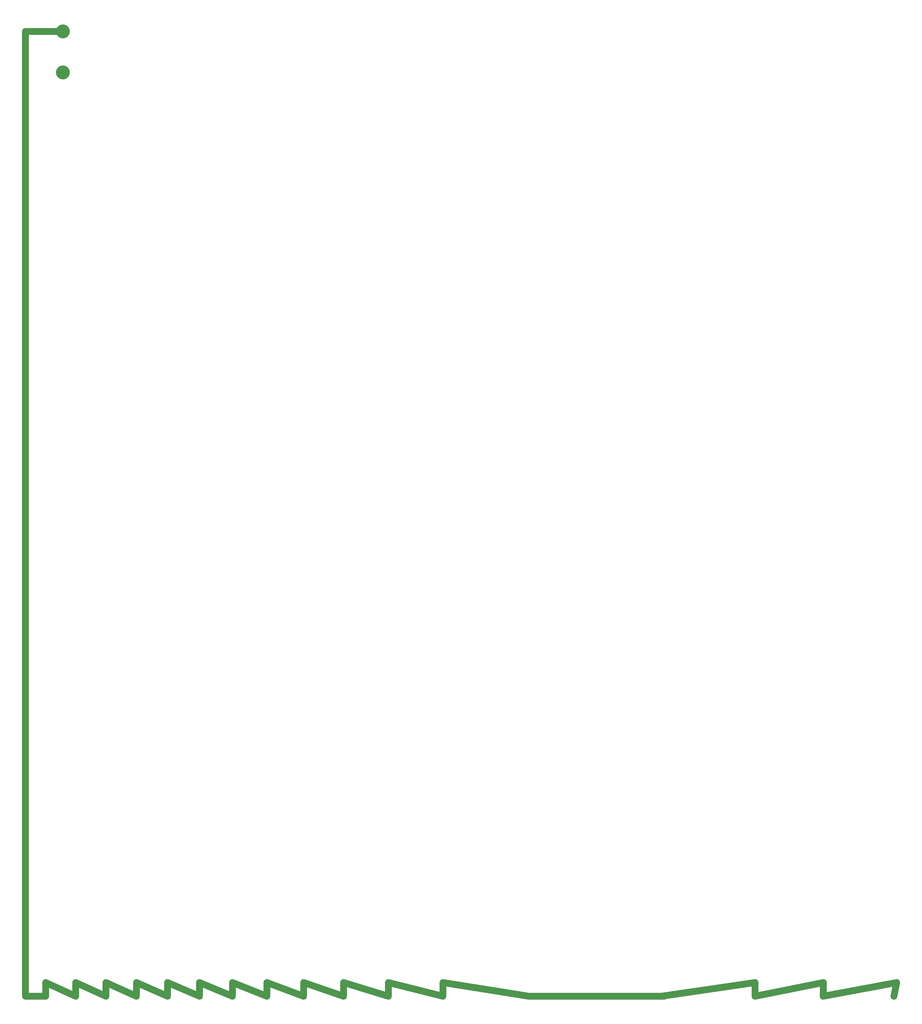
<source format=gbr>
%TF.GenerationSoftware,KiCad,Pcbnew,7.0.1-3b83917a11~172~ubuntu22.04.1*%
%TF.CreationDate,2023-12-10T16:36:40-05:00*%
%TF.ProjectId,coil_template_second,636f696c-5f74-4656-9d70-6c6174655f73,rev?*%
%TF.SameCoordinates,Original*%
%TF.FileFunction,Copper,L2,Bot*%
%TF.FilePolarity,Positive*%
%FSLAX46Y46*%
G04 Gerber Fmt 4.6, Leading zero omitted, Abs format (unit mm)*
G04 Created by KiCad (PCBNEW 7.0.1-3b83917a11~172~ubuntu22.04.1) date 2023-12-10 16:36:40*
%MOMM*%
%LPD*%
G01*
G04 APERTURE LIST*
%TA.AperFunction,ComponentPad*%
%ADD10C,10.160000*%
%TD*%
%TA.AperFunction,ViaPad*%
%ADD11C,4.000000*%
%TD*%
%TA.AperFunction,Conductor*%
%ADD12C,5.000000*%
%TD*%
G04 APERTURE END LIST*
D10*
%TO.P,J1,1,Pin_1*%
%TO.N,Net-(J1-Pin_1)*%
X45240000Y-75240000D03*
%TO.P,J1,2,Pin_2*%
X45240000Y-45270000D03*
%TD*%
D11*
%TO.N,Net-(J1-Pin_1)*%
X652837268Y-750183508D03*
%TD*%
D12*
%TO.N,Net-(J1-Pin_1)*%
X45240000Y-45270000D02*
X17856308Y-45270000D01*
X54570000Y-750000000D02*
X32690000Y-740000000D01*
X17866392Y-749962448D02*
X32652448Y-749962448D01*
X17856308Y-45270000D02*
X17852145Y-45274163D01*
X283230000Y-750000000D02*
X250420000Y-740000000D01*
X250420000Y-740000000D02*
X250420000Y-750000000D01*
X194380000Y-740000000D02*
X194380000Y-750000000D01*
X385850000Y-750000000D02*
X323090000Y-740000000D01*
X17852145Y-749948201D02*
X17866392Y-749962448D01*
X482770000Y-750000000D02*
X485084112Y-749661976D01*
X98970000Y-750000000D02*
X76660000Y-740000000D01*
X99010000Y-740000000D02*
X98970000Y-750000000D01*
X323090000Y-740000000D02*
X323090000Y-750000000D01*
X169150000Y-750000000D02*
X145140000Y-740000000D01*
X221240000Y-750000000D02*
X194380000Y-740000000D01*
X485084112Y-749661976D02*
X551230000Y-740000000D01*
X121750000Y-750000000D02*
X99010000Y-740000000D01*
X601180000Y-740000000D02*
X601060000Y-750000000D01*
X54570000Y-740000000D02*
X54570000Y-750000000D01*
X32652448Y-749962448D02*
X32690000Y-750000000D01*
X323090000Y-750000000D02*
X283230000Y-740000000D01*
X121750000Y-740000000D02*
X121750000Y-750000000D01*
X145140000Y-740000000D02*
X145140000Y-750000000D01*
X385850000Y-750000000D02*
X484746088Y-750000000D01*
X17852145Y-45274163D02*
X17852145Y-749948201D01*
X551230000Y-750000000D02*
X601180000Y-740000000D01*
X551230000Y-740000000D02*
X551230000Y-750000000D01*
X32690000Y-740000000D02*
X32690000Y-750000000D01*
X76660000Y-750000000D02*
X54570000Y-740000000D01*
X194380000Y-750000000D02*
X169240000Y-740000000D01*
X283230000Y-740000000D02*
X283230000Y-750000000D01*
X221300000Y-740000000D02*
X221240000Y-750000000D01*
X601060000Y-750000000D02*
X654800000Y-740000000D01*
X250420000Y-750000000D02*
X221300000Y-740000000D01*
X145140000Y-750000000D02*
X121750000Y-740000000D01*
X76660000Y-740000000D02*
X76660000Y-750000000D01*
X484746088Y-750000000D02*
X485084112Y-749661976D01*
X654800000Y-740000000D02*
X652790000Y-750000000D01*
X169240000Y-740000000D02*
X169150000Y-750000000D01*
%TD*%
M02*

</source>
